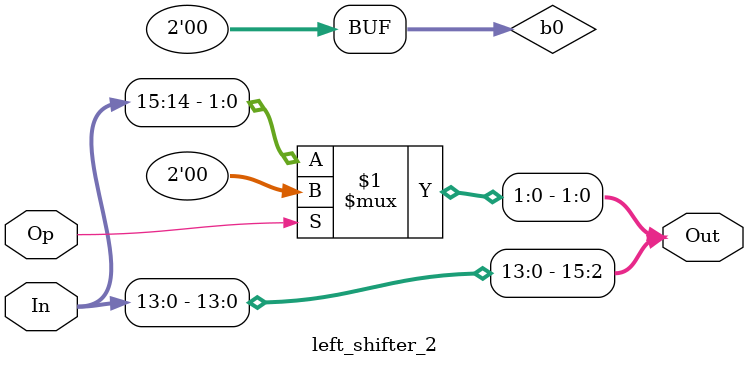
<source format=v>
/*
    shift/rotate the input to the left by two bits
    Op is 1, shift
    Op is 0, rotate
 */
module left_shifter_2 (In, Op, Out);
	parameter   N = 16;
   	parameter	B = 2;

   	input[N-1:0]    In;
   	input			Op;
   	output[N-1:0]   Out;

   	// B bits of 0
   	wire[B-1:0] b0 = {B{1'b0}};
    // shift/rotate the input by B bits
   	assign Out = {In[N-1-B:0], Op ? b0 : In[N-1:N-B]};
endmodule   
</source>
